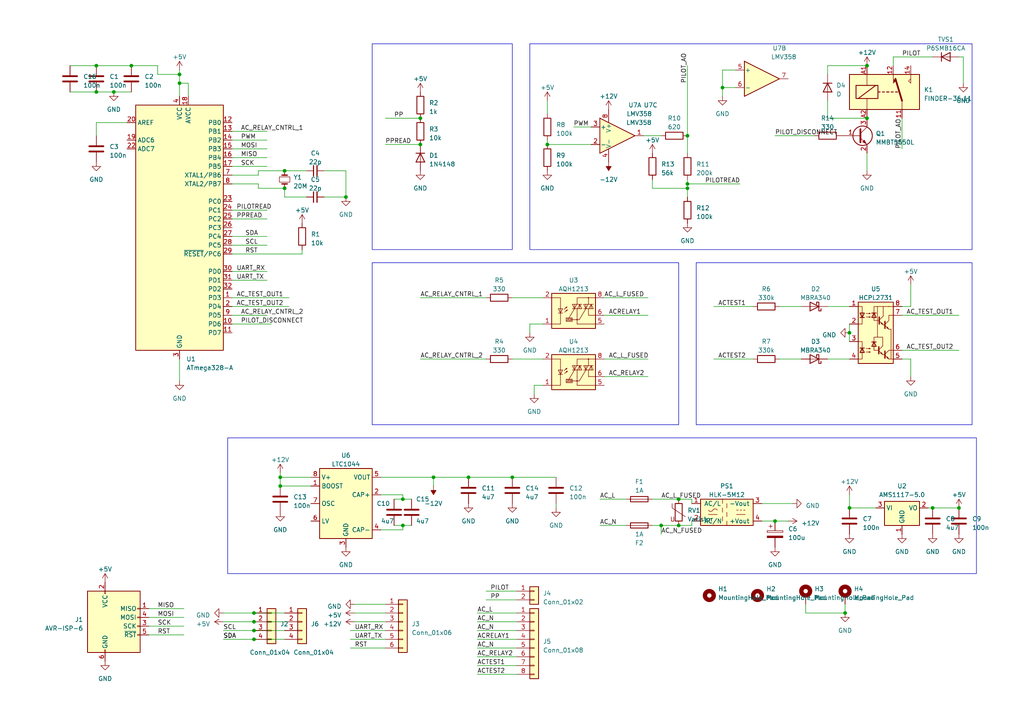
<source format=kicad_sch>
(kicad_sch (version 20230121) (generator eeschema)
  (paper "A4")
  (lib_symbols
    (symbol "ACDC:HLK-5M12" (pin_names (offset 1.016))
      (property "Reference" "PS" (at 0 5.08 0))
      (property "Value" "HLK-5M12" (at 0 -5.08 0))
      (symbol "HLK-5M12_1_1"
        (pin power_in line (at -10.16 2.54 0) (length 2.54) (name "AC/L") (number "1"))
        (pin power_in line (at -10.16 -2.54 0) (length 2.54) (name "AC/N") (number "2"))
        (pin power_out line (at 10.16 2.54 180) (length 2.54) (name "-Vout") (number "3"))
        (pin power_out line (at 10.16 -2.54 180) (length 2.54) (name "+Vout") (number "4"))
      )
    )
    (symbol "Amplifier_Operational:LMV358" (pin_names (offset 0.127))
      (property "Reference" "U" (at 0 5.08 0))
      (property "Value" "LMV358" (at 0 -5.08 0))
      (symbol "LMV358_1_1"
        (pin output line (at 7.62 0 180) (length 2.54) (name "~") (number "1"))
        (pin input line (at -7.62 -2.54 0) (length 2.54) (name "-") (number "2"))
        (pin input line (at -7.62 2.54 0) (length 2.54) (name "+") (number "3"))
      )
      (symbol "LMV358_2_1"
        (pin input line (at -7.62 2.54 0) (length 2.54) (name "+") (number "5"))
        (pin input line (at -7.62 -2.54 0) (length 2.54) (name "-") (number "6"))
        (pin output line (at 7.62 0 180) (length 2.54) (name "~") (number "7"))
      )
      (symbol "LMV358_3_1"
        (pin power_in line (at -2.54 -7.62 90) (length 3.81) (name "V-") (number "4"))
        (pin power_in line (at -2.54 7.62 270) (length 3.81) (name "V+") (number "8"))
      )
    )
    (symbol "Connector:AVR-ISP-6" (pin_names (offset 1.016))
      (property "Reference" "J" (at -6.35 11.43 0))
      (property "Value" "AVR-ISP-6" (at 0 11.43 0))
      (symbol "AVR-ISP-6_1_1"
        (pin passive line (at 10.16 5.08 180) (length 2.54) (name "MISO") (number "1"))
        (pin passive line (at -2.54 12.7 270) (length 2.54) (name "VCC") (number "2"))
        (pin passive line (at 10.16 0 180) (length 2.54) (name "SCK") (number "3"))
        (pin passive line (at 10.16 2.54 180) (length 2.54) (name "MOSI") (number "4"))
        (pin passive line (at 10.16 -2.54 180) (length 2.54) (name "~{RST}") (number "5"))
        (pin passive line (at -2.54 -10.16 90) (length 2.54) (name "GND") (number "6"))
      )
    )
    (symbol "Connector_Generic:Conn_01x02" (pin_names (offset 1.016) hide)
      (property "Reference" "J" (at 0 2.54 0))
      (property "Value" "Conn_01x02" (at 0 -5.08 0))
      (symbol "Conn_01x02_1_1"
        (pin passive line (at -5.08 0 0) (length 3.81) (name "Pin_1") (number "1"))
        (pin passive line (at -5.08 -2.54 0) (length 3.81) (name "Pin_2") (number "2"))
      )
    )
    (symbol "Connector_Generic:Conn_01x04" (pin_names (offset 1.016) hide)
      (property "Reference" "J" (at 0 5.08 0))
      (property "Value" "Conn_01x04" (at 0 -7.62 0))
      (symbol "Conn_01x04_1_1"
        (pin passive line (at -5.08 2.54 0) (length 3.81) (name "Pin_1") (number "1"))
        (pin passive line (at -5.08 0 0) (length 3.81) (name "Pin_2") (number "2"))
        (pin passive line (at -5.08 -2.54 0) (length 3.81) (name "Pin_3") (number "3"))
        (pin passive line (at -5.08 -5.08 0) (length 3.81) (name "Pin_4") (number "4"))
      )
    )
    (symbol "Connector_Generic:Conn_01x06" (pin_names (offset 1.016) hide)
      (property "Reference" "J" (at 0 7.62 0))
      (property "Value" "Conn_01x06" (at 0 -10.16 0))
      (symbol "Conn_01x06_1_1"
        (pin passive line (at -5.08 5.08 0) (length 3.81) (name "Pin_1") (number "1"))
        (pin passive line (at -5.08 2.54 0) (length 3.81) (name "Pin_2") (number "2"))
        (pin passive line (at -5.08 0 0) (length 3.81) (name "Pin_3") (number "3"))
        (pin passive line (at -5.08 -2.54 0) (length 3.81) (name "Pin_4") (number "4"))
        (pin passive line (at -5.08 -5.08 0) (length 3.81) (name "Pin_5") (number "5"))
        (pin passive line (at -5.08 -7.62 0) (length 3.81) (name "Pin_6") (number "6"))
      )
    )
    (symbol "Connector_Generic:Conn_01x08" (pin_names (offset 1.016) hide)
      (property "Reference" "J" (at 0 10.16 0))
      (property "Value" "Conn_01x08" (at 0 -12.7 0))
      (symbol "Conn_01x08_1_1"
        (pin passive line (at -5.08 7.62 0) (length 3.81) (name "Pin_1") (number "1"))
        (pin passive line (at -5.08 5.08 0) (length 3.81) (name "Pin_2") (number "2"))
        (pin passive line (at -5.08 2.54 0) (length 3.81) (name "Pin_3") (number "3"))
        (pin passive line (at -5.08 0 0) (length 3.81) (name "Pin_4") (number "4"))
        (pin passive line (at -5.08 -2.54 0) (length 3.81) (name "Pin_5") (number "5"))
        (pin passive line (at -5.08 -5.08 0) (length 3.81) (name "Pin_6") (number "6"))
        (pin passive line (at -5.08 -7.62 0) (length 3.81) (name "Pin_7") (number "7"))
        (pin passive line (at -5.08 -10.16 0) (length 3.81) (name "Pin_8") (number "8"))
      )
    )
    (symbol "Device:C" (pin_numbers hide) (pin_names (offset 0.254))
      (property "Reference" "C" (at 0.635 2.54 0))
      (property "Value" "C" (at 0.635 -2.54 0))
      (symbol "C_1_1"
        (pin passive line (at 0 3.81 270) (length 2.794) (name "~") (number "1"))
        (pin passive line (at 0 -3.81 90) (length 2.794) (name "~") (number "2"))
      )
    )
    (symbol "Device:C_Polarized" (pin_numbers hide) (pin_names (offset 0.254))
      (property "Reference" "C" (at 0.635 2.54 0))
      (property "Value" "C_Polarized" (at 0.635 -2.54 0))
      (symbol "C_Polarized_1_1"
        (pin passive line (at 0 3.81 270) (length 2.794) (name "~") (number "1"))
        (pin passive line (at 0 -3.81 90) (length 2.794) (name "~") (number "2"))
      )
    )
    (symbol "Device:C_Small" (pin_numbers hide) (pin_names (offset 0.254) hide)
      (property "Reference" "C" (at 0.254 1.778 0))
      (property "Value" "C_Small" (at 0.254 -2.032 0))
      (symbol "C_Small_1_1"
        (pin passive line (at 0 2.54 270) (length 2.032) (name "~") (number "1"))
        (pin passive line (at 0 -2.54 90) (length 2.032) (name "~") (number "2"))
      )
    )
    (symbol "Device:Crystal_Small" (pin_numbers hide) (pin_names (offset 1.016) hide)
      (property "Reference" "Y" (at 0 2.54 0))
      (property "Value" "Crystal_Small" (at 0 -2.54 0))
      (symbol "Crystal_Small_1_1"
        (pin passive line (at -2.54 0 0) (length 1.27) (name "1") (number "1"))
        (pin passive line (at 2.54 0 180) (length 1.27) (name "2") (number "2"))
      )
    )
    (symbol "Device:D" (pin_numbers hide) (pin_names (offset 1.016) hide)
      (property "Reference" "D" (at 0 2.54 0))
      (property "Value" "D" (at 0 -2.54 0))
      (symbol "D_1_1"
        (pin passive line (at -3.81 0 0) (length 2.54) (name "K") (number "1"))
        (pin passive line (at 3.81 0 180) (length 2.54) (name "A") (number "2"))
      )
    )
    (symbol "Device:Fuse" (pin_numbers hide) (pin_names (offset 0))
      (property "Reference" "F" (at 2.032 0 90))
      (property "Value" "Fuse" (at -1.905 0 90))
      (symbol "Fuse_1_1"
        (pin passive line (at 0 3.81 270) (length 1.27) (name "~") (number "1"))
        (pin passive line (at 0 -3.81 90) (length 1.27) (name "~") (number "2"))
      )
    )
    (symbol "Device:R" (pin_numbers hide) (pin_names (offset 0))
      (property "Reference" "R" (at 2.032 0 90))
      (property "Value" "R" (at 0 0 90))
      (symbol "R_1_1"
        (pin passive line (at 0 3.81 270) (length 1.27) (name "~") (number "1"))
        (pin passive line (at 0 -3.81 90) (length 1.27) (name "~") (number "2"))
      )
    )
    (symbol "Device:Varistor" (pin_numbers hide) (pin_names (offset 0))
      (property "Reference" "RV" (at 3.175 0 90))
      (property "Value" "Varistor" (at -3.175 0 90))
      (symbol "Varistor_0_0"
        (text "U" (at -1.778 -2.032 0) (effects (font (size 1.27 1.27))))
      )
      (symbol "Varistor_1_1"
        (pin passive line (at 0 3.81 270) (length 1.27) (name "~") (number "1"))
        (pin passive line (at 0 -3.81 90) (length 1.27) (name "~") (number "2"))
      )
    )
    (symbol "Diode:MBRA340" (pin_numbers hide) (pin_names hide)
      (property "Reference" "D" (at 0 2.54 0))
      (property "Value" "MBRA340" (at 0 -2.54 0))
      (symbol "MBRA340_1_1"
        (pin passive line (at -3.81 0 0) (length 2.54) (name "K") (number "1"))
        (pin passive line (at 3.81 0 180) (length 2.54) (name "A") (number "2"))
      )
    )
    (symbol "Isolator:HCPL2731" (pin_names (offset 0.762) hide)
      (property "Reference" "U" (at -5.08 10.16 0))
      (property "Value" "HCPL2731" (at -5.08 -10.16 0))
      (symbol "HCPL2731_1_1"
        (pin passive line (at -7.62 7.62 0) (length 2.54) (name "A1") (number "1"))
        (pin passive line (at -7.62 2.54 0) (length 2.54) (name "C1") (number "2"))
        (pin passive line (at -7.62 -2.54 0) (length 2.54) (name "C2") (number "3"))
        (pin passive line (at -7.62 -7.62 0) (length 2.54) (name "A2") (number "4"))
        (pin passive line (at 7.62 -7.62 180) (length 2.54) (name "GND") (number "5"))
        (pin passive line (at 7.62 -5.08 180) (length 2.54) (name "VO2") (number "6"))
        (pin passive line (at 7.62 5.08 180) (length 2.54) (name "VO1") (number "7"))
        (pin passive line (at 7.62 7.62 180) (length 2.54) (name "VCC") (number "8"))
      )
    )
    (symbol "MCU_Microchip_ATmega:ATmega328-A"
      (property "Reference" "U" (at -12.7 36.83 0))
      (property "Value" "ATmega328-A" (at 2.54 -36.83 0))
      (symbol "ATmega328-A_1_1"
        (pin bidirectional line (at 15.24 -20.32 180) (length 2.54) (name "PD3") (number "1"))
        (pin bidirectional line (at 15.24 -27.94 180) (length 2.54) (name "PD6") (number "10"))
        (pin bidirectional line (at 15.24 -30.48 180) (length 2.54) (name "PD7") (number "11"))
        (pin bidirectional line (at 15.24 30.48 180) (length 2.54) (name "PB0") (number "12"))
        (pin bidirectional line (at 15.24 27.94 180) (length 2.54) (name "PB1") (number "13"))
        (pin bidirectional line (at 15.24 25.4 180) (length 2.54) (name "PB2") (number "14"))
        (pin bidirectional line (at 15.24 22.86 180) (length 2.54) (name "PB3") (number "15"))
        (pin bidirectional line (at 15.24 20.32 180) (length 2.54) (name "PB4") (number "16"))
        (pin bidirectional line (at 15.24 17.78 180) (length 2.54) (name "PB5") (number "17"))
        (pin power_in line (at 2.54 38.1 270) (length 2.54) (name "AVCC") (number "18"))
        (pin input line (at -15.24 25.4 0) (length 2.54) (name "ADC6") (number "19"))
        (pin bidirectional line (at 15.24 -22.86 180) (length 2.54) (name "PD4") (number "2"))
        (pin passive line (at -15.24 30.48 0) (length 2.54) (name "AREF") (number "20"))
        (pin passive line (at 0 -38.1 90) (length 2.54) hide (name "GND") (number "21"))
        (pin input line (at -15.24 22.86 0) (length 2.54) (name "ADC7") (number "22"))
        (pin bidirectional line (at 15.24 7.62 180) (length 2.54) (name "PC0") (number "23"))
        (pin bidirectional line (at 15.24 5.08 180) (length 2.54) (name "PC1") (number "24"))
        (pin bidirectional line (at 15.24 2.54 180) (length 2.54) (name "PC2") (number "25"))
        (pin bidirectional line (at 15.24 0 180) (length 2.54) (name "PC3") (number "26"))
        (pin bidirectional line (at 15.24 -2.54 180) (length 2.54) (name "PC4") (number "27"))
        (pin bidirectional line (at 15.24 -5.08 180) (length 2.54) (name "PC5") (number "28"))
        (pin bidirectional line (at 15.24 -7.62 180) (length 2.54) (name "~{RESET}/PC6") (number "29"))
        (pin power_in line (at 0 -38.1 90) (length 2.54) (name "GND") (number "3"))
        (pin bidirectional line (at 15.24 -12.7 180) (length 2.54) (name "PD0") (number "30"))
        (pin bidirectional line (at 15.24 -15.24 180) (length 2.54) (name "PD1") (number "31"))
        (pin bidirectional line (at 15.24 -17.78 180) (length 2.54) (name "PD2") (number "32"))
        (pin power_in line (at 0 38.1 270) (length 2.54) (name "VCC") (number "4"))
        (pin passive line (at 0 -38.1 90) (length 2.54) hide (name "GND") (number "5"))
        (pin passive line (at 0 38.1 270) (length 2.54) hide (name "VCC") (number "6"))
        (pin bidirectional line (at 15.24 15.24 180) (length 2.54) (name "XTAL1/PB6") (number "7"))
        (pin bidirectional line (at 15.24 12.7 180) (length 2.54) (name "XTAL2/PB7") (number "8"))
        (pin bidirectional line (at 15.24 -25.4 180) (length 2.54) (name "PD5") (number "9"))
      )
    )
    (symbol "Mechanical:MountingHole" (pin_names (offset 1.016))
      (property "Reference" "H" (at 0 5.08 0))
      (property "Value" "MountingHole" (at 0 3.175 0))
    )
    (symbol "Mechanical:MountingHole_Pad" (pin_numbers hide) (pin_names (offset 1.016) hide)
      (property "Reference" "H" (at 0 6.35 0))
      (property "Value" "MountingHole_Pad" (at 0 4.445 0))
      (symbol "MountingHole_Pad_1_1"
        (pin input line (at 0 -2.54 90) (length 2.54) (name "1") (number "1"))
      )
    )
    (symbol "Regulator_Linear:AMS1117-5.0"
      (property "Reference" "U" (at -3.81 3.175 0))
      (property "Value" "AMS1117-5.0" (at 0 3.175 0))
      (symbol "AMS1117-5.0_1_1"
        (pin power_in line (at 0 -7.62 90) (length 2.54) (name "GND") (number "1"))
        (pin power_out line (at 7.62 0 180) (length 2.54) (name "VO") (number "2"))
        (pin power_in line (at -7.62 0 0) (length 2.54) (name "VI") (number "3"))
      )
    )
    (symbol "Regulator_SwitchedCapacitor:LTC1044"
      (property "Reference" "U" (at -6.35 11.43 0))
      (property "Value" "LTC1044" (at 3.81 11.43 0))
      (symbol "LTC1044_1_1"
        (pin input line (at -10.16 5.08 0) (length 2.54) (name "BOOST") (number "1"))
        (pin input line (at 10.16 2.54 180) (length 2.54) (name "CAP+") (number "2"))
        (pin power_in line (at 0 -12.7 90) (length 2.54) (name "GND") (number "3"))
        (pin input line (at 10.16 -7.62 180) (length 2.54) (name "CAP-") (number "4"))
        (pin power_out line (at 10.16 7.62 180) (length 2.54) (name "VOUT") (number "5"))
        (pin input line (at -10.16 -5.08 0) (length 2.54) (name "LV") (number "6"))
        (pin input line (at -10.16 0 0) (length 2.54) (name "OSC") (number "7"))
        (pin power_in line (at -10.16 7.62 0) (length 2.54) (name "V+") (number "8"))
      )
    )
    (symbol "Relay:FINDER-36.11"
      (property "Reference" "K" (at 11.43 3.81 0))
      (property "Value" "FINDER-36.11" (at 11.43 1.27 0))
      (symbol "FINDER-36.11_1_1"
        (pin passive line (at 5.08 -7.62 90) (length 2.54) (name "~") (number "11"))
        (pin passive line (at 2.54 7.62 270) (length 2.54) (name "~") (number "12"))
        (pin passive line (at 7.62 7.62 270) (length 2.54) (name "~") (number "14"))
        (pin passive line (at -5.08 7.62 270) (length 2.54) (name "~") (number "A1"))
        (pin passive line (at -5.08 -7.62 90) (length 2.54) (name "~") (number "A2"))
      )
    )
    (symbol "Relay_SolidState:AQH1213"
      (property "Reference" "U" (at -7.62 5.08 0))
      (property "Value" "AQH1213" (at -2.54 5.08 0))
      (symbol "AQH1213_0_0"
        (text "ZCD" (at -2.54 -3.81 0) (effects (font (size 0.508 0.508))))
      )
      (symbol "AQH1213_1_1"
        (pin passive line (at -10.16 -5.08 0) (length 2.54) (name "~") (number "1"))
        (pin passive line (at -10.16 2.54 0) (length 2.54) (name "~") (number "2"))
        (pin passive line (at -10.16 -5.08 0) (length 2.54) hide (name "~") (number "3"))
        (pin passive line (at -10.16 -5.08 0) (length 2.54) hide (name "~") (number "4"))
        (pin passive line (at 7.62 -5.08 180) (length 2.54) (name "~") (number "5"))
        (pin passive line (at 7.62 -2.54 180) (length 2.54) (name "~") (number "6"))
        (pin passive line (at 7.62 2.54 180) (length 2.54) (name "~") (number "8"))
      )
    )
    (symbol "Transistor_BJT:MMBT5550L" (pin_names (offset 0) hide)
      (property "Reference" "Q" (at 5.08 1.905 0))
      (property "Value" "MMBT5550L" (at 5.08 0 0))
      (symbol "MMBT5550L_1_1"
        (pin input line (at -5.08 0 0) (length 5.715) (name "B") (number "1"))
        (pin passive line (at 2.54 -5.08 90) (length 2.54) (name "E") (number "2"))
        (pin passive line (at 2.54 5.08 270) (length 2.54) (name "C") (number "3"))
      )
    )
    (symbol "power:+12V" (power) (pin_names (offset 0))
      (property "Value" "+12V" (at 0 3.556 0))
      (symbol "+12V_1_1"
        (pin power_in line (at 0 0 90) (length 0) hide (name "+12V") (number "1"))
      )
    )
    (symbol "power:+5V" (power) (pin_names (offset 0))
      (property "Value" "+5V" (at 0 3.556 0))
      (symbol "+5V_1_1"
        (pin power_in line (at 0 0 90) (length 0) hide (name "+5V") (number "1"))
      )
    )
    (symbol "power:-12V" (power) (pin_names (offset 0))
      (property "Value" "-12V" (at 0 3.81 0))
      (symbol "-12V_0_0"
        (pin power_in line (at 0 0 90) (length 0) hide (name "-12V") (number "1"))
      )
    )
    (symbol "power:GND" (power) (pin_names (offset 0))
      (property "Value" "GND" (at 0 -3.81 0))
      (symbol "GND_1_1"
        (pin power_in line (at 0 0 270) (length 0) hide (name "GND") (number "1"))
      )
    )
  )
  (junction (at 246.38 96.52))
  (junction (at 135.89 138.43))
  (junction (at 38.1 19.05))
  (junction (at 278.13 147.32))
  (junction (at 224.79 151.13))
  (junction (at 73.66 180.34))
  (junction (at 73.66 185.42))
  (junction (at 82.55 54.61))
  (junction (at 196.85 152.4))
  (junction (at 209.55 25.4))
  (junction (at 33.02 26.67))
  (junction (at 81.28 138.43))
  (junction (at 196.85 144.78))
  (junction (at 251.46 19.05))
  (junction (at 158.75 41.91))
  (junction (at 52.07 24.13))
  (junction (at 27.94 19.05))
  (junction (at 52.07 21.59))
  (junction (at 73.66 177.8))
  (junction (at 246.38 147.32))
  (junction (at 27.94 26.67))
  (junction (at 251.46 34.29))
  (junction (at 199.39 54.61))
  (junction (at 116.84 152.4))
  (junction (at 73.66 182.88))
  (junction (at 125.73 138.43))
  (junction (at 82.55 49.53))
  (junction (at 148.59 138.43))
  (junction (at 121.92 34.29))
  (junction (at 270.51 147.32))
  (junction (at 121.92 41.91))
  (junction (at 199.39 39.37))
  (junction (at 191.77 152.4))
  (junction (at 100.33 57.15))
  (junction (at 245.11 177.8))
  (junction (at 116.84 144.78))
  (junction (at 81.28 140.97))
  (junction (at 199.39 53.34))
  (wire (pts (xy 67.31 43.18) (xy 77.47 43.18)))
  (wire (pts (xy 74.93 49.53) (xy 74.93 50.8)))
  (wire (pts (xy 81.28 137.16) (xy 81.28 138.43)))
  (wire (pts (xy 67.31 78.74) (xy 77.47 78.74)))
  (wire (pts (xy 52.07 110.49) (xy 52.07 104.14)))
  (wire (pts (xy 240.03 104.14) (xy 246.38 104.14)))
  (wire (pts (xy 261.62 104.14) (xy 264.16 104.14)))
  (wire (pts (xy 64.77 185.42) (xy 73.66 185.42)))
  (wire (pts (xy 102.87 180.34) (xy 111.76 180.34)))
  (wire (pts (xy 74.93 54.61) (xy 82.55 54.61)))
  (wire (pts (xy 233.68 175.26) (xy 233.68 177.8)))
  (wire (pts (xy 173.99 152.4) (xy 181.61 152.4)))
  (wire (pts (xy 52.07 20.32) (xy 52.07 21.59)))
  (wire (pts (xy 226.06 104.14) (xy 232.41 104.14)))
  (wire (pts (xy 153.67 93.98) (xy 153.67 96.52)))
  (wire (pts (xy 175.26 104.14) (xy 187.96 104.14)))
  (wire (pts (xy 67.31 88.9) (xy 83.82 88.9)))
  (wire (pts (xy 138.43 187.96) (xy 149.86 187.96)))
  (wire (pts (xy 261.62 91.44) (xy 278.13 91.44)))
  (wire (pts (xy 220.98 151.13) (xy 224.79 151.13)))
  (wire (pts (xy 196.85 152.4) (xy 200.66 152.4)))
  (wire (pts (xy 121.92 104.14) (xy 140.97 104.14)))
  (wire (pts (xy 101.6 187.96) (xy 111.76 187.96)))
  (wire (pts (xy 199.39 19.05) (xy 199.39 39.37)))
  (wire (pts (xy 64.77 182.88) (xy 73.66 182.88)))
  (wire (pts (xy 157.48 93.98) (xy 153.67 93.98)))
  (wire (pts (xy 138.43 182.88) (xy 149.86 182.88)))
  (wire (pts (xy 43.18 184.15) (xy 53.34 184.15)))
  (wire (pts (xy 54.61 24.13) (xy 52.07 24.13)))
  (wire (pts (xy 67.31 40.64) (xy 77.47 40.64)))
  (wire (pts (xy 111.76 41.91) (xy 121.92 41.91)))
  (wire (pts (xy 261.62 88.9) (xy 264.16 88.9)))
  (wire (pts (xy 138.43 185.42) (xy 149.86 185.42)))
  (wire (pts (xy 138.43 195.58) (xy 149.86 195.58)))
  (wire (pts (xy 199.39 39.37) (xy 199.39 44.45)))
  (wire (pts (xy 246.38 93.98) (xy 246.38 96.52)))
  (wire (pts (xy 199.39 52.07) (xy 199.39 53.34)))
  (wire (pts (xy 82.55 49.53) (xy 74.93 49.53)))
  (wire (pts (xy 67.31 53.34) (xy 74.93 53.34)))
  (wire (pts (xy 209.55 25.4) (xy 209.55 27.94)))
  (wire (pts (xy 233.68 177.8) (xy 245.11 177.8)))
  (wire (pts (xy 158.75 29.21) (xy 158.75 33.02)))
  (wire (pts (xy 43.18 179.07) (xy 53.34 179.07)))
  (wire (pts (xy 251.46 34.29) (xy 240.03 34.29)))
  (wire (pts (xy 175.26 86.36) (xy 187.96 86.36)))
  (wire (pts (xy 158.75 41.91) (xy 171.45 41.91)))
  (wire (pts (xy 200.66 152.4) (xy 200.66 151.13)))
  (wire (pts (xy 138.43 190.5) (xy 149.86 190.5)))
  (wire (pts (xy 116.84 152.4) (xy 119.38 152.4)))
  (wire (pts (xy 264.16 88.9) (xy 264.16 82.55)))
  (wire (pts (xy 110.49 138.43) (xy 125.73 138.43)))
  (wire (pts (xy 246.38 96.52) (xy 246.38 99.06)))
  (wire (pts (xy 226.06 88.9) (xy 232.41 88.9)))
  (wire (pts (xy 246.38 143.51) (xy 246.38 147.32)))
  (wire (pts (xy 246.38 147.32) (xy 254 147.32)))
  (wire (pts (xy 101.6 185.42) (xy 111.76 185.42)))
  (wire (pts (xy 67.31 68.58) (xy 77.47 68.58)))
  (wire (pts (xy 90.17 140.97) (xy 81.28 140.97)))
  (wire (pts (xy 251.46 44.45) (xy 251.46 49.53)))
  (wire (pts (xy 148.59 138.43) (xy 161.29 138.43)))
  (wire (pts (xy 27.94 35.56) (xy 27.94 39.37)))
  (wire (pts (xy 279.4 24.13) (xy 279.4 16.51)))
  (wire (pts (xy 110.49 153.67) (xy 116.84 153.67)))
  (wire (pts (xy 191.77 154.94) (xy 191.77 152.4)))
  (wire (pts (xy 67.31 63.5) (xy 77.47 63.5)))
  (wire (pts (xy 199.39 54.61) (xy 199.39 57.15)))
  (wire (pts (xy 224.79 151.13) (xy 228.6 151.13)))
  (wire (pts (xy 189.23 144.78) (xy 196.85 144.78)))
  (wire (pts (xy 279.4 16.51) (xy 278.13 16.51)))
  (wire (pts (xy 36.83 35.56) (xy 27.94 35.56)))
  (wire (pts (xy 67.31 45.72) (xy 77.47 45.72)))
  (wire (pts (xy 116.84 144.78) (xy 116.84 143.51)))
  (wire (pts (xy 54.61 27.94) (xy 54.61 24.13)))
  (wire (pts (xy 88.9 57.15) (xy 82.55 57.15)))
  (wire (pts (xy 93.98 57.15) (xy 100.33 57.15)))
  (wire (pts (xy 240.03 19.05) (xy 251.46 19.05)))
  (wire (pts (xy 175.26 91.44) (xy 187.96 91.44)))
  (wire (pts (xy 64.77 177.8) (xy 73.66 177.8)))
  (wire (pts (xy 102.87 177.8) (xy 111.76 177.8)))
  (wire (pts (xy 81.28 138.43) (xy 90.17 138.43)))
  (wire (pts (xy 67.31 91.44) (xy 77.47 91.44)))
  (wire (pts (xy 220.98 146.05) (xy 229.87 146.05)))
  (wire (pts (xy 43.18 176.53) (xy 53.34 176.53)))
  (wire (pts (xy 261.62 101.6) (xy 278.13 101.6)))
  (wire (pts (xy 121.92 86.36) (xy 140.97 86.36)))
  (wire (pts (xy 100.33 49.53) (xy 93.98 49.53)))
  (wire (pts (xy 67.31 38.1) (xy 77.47 38.1)))
  (wire (pts (xy 82.55 49.53) (xy 88.9 49.53)))
  (wire (pts (xy 52.07 21.59) (xy 45.72 21.59)))
  (wire (pts (xy 140.97 173.99) (xy 149.86 173.99)))
  (wire (pts (xy 175.26 109.22) (xy 187.96 109.22)))
  (wire (pts (xy 259.08 19.05) (xy 259.08 16.51)))
  (wire (pts (xy 73.66 180.34) (xy 82.55 180.34)))
  (wire (pts (xy 240.03 88.9) (xy 246.38 88.9)))
  (wire (pts (xy 33.02 26.67) (xy 38.1 26.67)))
  (wire (pts (xy 157.48 111.76) (xy 154.94 111.76)))
  (wire (pts (xy 114.3 152.4) (xy 116.84 152.4)))
  (wire (pts (xy 82.55 57.15) (xy 82.55 54.61)))
  (wire (pts (xy 45.72 19.05) (xy 38.1 19.05)))
  (wire (pts (xy 100.33 57.15) (xy 100.33 49.53)))
  (wire (pts (xy 138.43 177.8) (xy 149.86 177.8)))
  (wire (pts (xy 173.99 144.78) (xy 181.61 144.78)))
  (wire (pts (xy 200.66 144.78) (xy 200.66 146.05)))
  (wire (pts (xy 209.55 20.32) (xy 209.55 25.4)))
  (wire (pts (xy 148.59 104.14) (xy 157.48 104.14)))
  (wire (pts (xy 148.59 86.36) (xy 157.48 86.36)))
  (wire (pts (xy 67.31 60.96) (xy 77.47 60.96)))
  (wire (pts (xy 138.43 193.04) (xy 149.86 193.04)))
  (wire (pts (xy 101.6 182.88) (xy 111.76 182.88)))
  (wire (pts (xy 245.11 175.26) (xy 245.11 177.8)))
  (wire (pts (xy 74.93 53.34) (xy 74.93 54.61)))
  (wire (pts (xy 189.23 52.07) (xy 189.23 54.61)))
  (wire (pts (xy 125.73 138.43) (xy 135.89 138.43)))
  (wire (pts (xy 52.07 24.13) (xy 52.07 27.94)))
  (wire (pts (xy 116.84 144.78) (xy 119.38 144.78)))
  (wire (pts (xy 186.69 39.37) (xy 191.77 39.37)))
  (wire (pts (xy 166.37 36.83) (xy 171.45 36.83)))
  (wire (pts (xy 27.94 19.05) (xy 38.1 19.05)))
  (wire (pts (xy 73.66 177.8) (xy 82.55 177.8)))
  (wire (pts (xy 224.79 39.37) (xy 236.22 39.37)))
  (wire (pts (xy 111.76 34.29) (xy 121.92 34.29)))
  (wire (pts (xy 213.36 20.32) (xy 209.55 20.32)))
  (wire (pts (xy 140.97 171.45) (xy 149.86 171.45)))
  (wire (pts (xy 161.29 146.05) (xy 161.29 147.32)))
  (wire (pts (xy 138.43 180.34) (xy 149.86 180.34)))
  (wire (pts (xy 125.73 138.43) (xy 125.73 140.97)))
  (wire (pts (xy 52.07 21.59) (xy 52.07 24.13)))
  (wire (pts (xy 20.32 26.67) (xy 27.94 26.67)))
  (wire (pts (xy 64.77 180.34) (xy 73.66 180.34)))
  (wire (pts (xy 240.03 34.29) (xy 240.03 29.21)))
  (wire (pts (xy 240.03 21.59) (xy 240.03 19.05)))
  (wire (pts (xy 116.84 143.51) (xy 110.49 143.51)))
  (wire (pts (xy 67.31 73.66) (xy 87.63 73.66)))
  (wire (pts (xy 67.31 48.26) (xy 77.47 48.26)))
  (wire (pts (xy 102.87 175.26) (xy 111.76 175.26)))
  (wire (pts (xy 259.08 16.51) (xy 270.51 16.51)))
  (wire (pts (xy 67.31 86.36) (xy 83.82 86.36)))
  (wire (pts (xy 213.36 25.4) (xy 209.55 25.4)))
  (wire (pts (xy 261.62 34.29) (xy 261.62 43.18)))
  (wire (pts (xy 73.66 185.42) (xy 82.55 185.42)))
  (wire (pts (xy 158.75 40.64) (xy 158.75 41.91)))
  (wire (pts (xy 43.18 181.61) (xy 53.34 181.61)))
  (wire (pts (xy 87.63 73.66) (xy 87.63 72.39)))
  (wire (pts (xy 27.94 26.67) (xy 33.02 26.67)))
  (wire (pts (xy 207.01 88.9) (xy 218.44 88.9)))
  (wire (pts (xy 189.23 54.61) (xy 199.39 54.61)))
  (wire (pts (xy 264.16 104.14) (xy 264.16 109.22)))
  (wire (pts (xy 270.51 147.32) (xy 278.13 147.32)))
  (wire (pts (xy 199.39 53.34) (xy 214.63 53.34)))
  (wire (pts (xy 73.66 182.88) (xy 82.55 182.88)))
  (wire (pts (xy 67.31 71.12) (xy 77.47 71.12)))
  (wire (pts (xy 199.39 53.34) (xy 199.39 54.61)))
  (wire (pts (xy 191.77 152.4) (xy 196.85 152.4)))
  (wire (pts (xy 20.32 19.05) (xy 27.94 19.05)))
  (wire (pts (xy 114.3 144.78) (xy 116.84 144.78)))
  (wire (pts (xy 207.01 104.14) (xy 218.44 104.14)))
  (wire (pts (xy 67.31 93.98) (xy 78.74 93.98)))
  (wire (pts (xy 67.31 81.28) (xy 77.47 81.28)))
  (wire (pts (xy 116.84 153.67) (xy 116.84 152.4)))
  (wire (pts (xy 269.24 147.32) (xy 270.51 147.32)))
  (wire (pts (xy 154.94 111.76) (xy 154.94 114.3)))
  (wire (pts (xy 135.89 138.43) (xy 148.59 138.43)))
  (wire (pts (xy 45.72 21.59) (xy 45.72 19.05)))
  (wire (pts (xy 189.23 152.4) (xy 191.77 152.4)))
  (wire (pts (xy 81.28 140.97) (xy 81.28 138.43)))
  (wire (pts (xy 196.85 144.78) (xy 200.66 144.78)))
  (wire (pts (xy 74.93 50.8) (xy 67.31 50.8)))
  (rectangle (start 107.95 12.7) (end 148.59 72.39))
  (rectangle (start 153.67 12.7) (end 281.94 72.39))
  (rectangle (start 107.95 76.2) (end 196.85 123.19))
  (rectangle (start 66.04 127) (end 283.21 166.37))
  (rectangle (start 201.93 76.2) (end 281.94 123.19))
  (label "UART_RX" (at 102.87 182.88 0))
  (label "RST" (at 102.87 187.96 0))
  (label "PILOT" (at 261.62 16.51 0))
  (label "MISO" (at 45.72 176.53 0))
  (label "SCL" (at 64.77 182.88 0))
  (label "ACTEST1" (at 208.28 88.9 0))
  (label "PPREAD" (at 111.76 41.91 0))
  (label "SDA" (at 64.77 185.42 0))
  (label "AC_RELAY2" (at 138.43 190.5 0))
  (label "PILOT_AO" (at 199.39 24.13 90))
  (label "AC_TEST_OUT2" (at 68.58 88.9 0))
  (label "SDA" (at 64.77 185.42 0))
  (label "PP" (at 142.24 173.99 0))
  (label "PPREAD" (at 68.58 63.5 0))
  (label "PILOT_DISCONNECT" (at 224.79 39.37 0))
  (label "ACRELAY1" (at 138.43 185.42 0))
  (label "AC_RELAY_CNTRL_2" (at 69.85 91.44 0))
  (label "AC_N" (at 173.99 152.4 0))
  (label "AC_N" (at 138.43 187.96 0))
  (label "UART_TX" (at 68.58 81.28 0))
  (label "PILOTREAD" (at 68.58 60.96 0))
  (label "RST" (at 71.12 73.66 0))
  (label "PILOT" (at 142.24 171.45 0))
  (label "AC_L_FUSED" (at 176.53 104.14 0))
  (label "UART_TX" (at 102.87 185.42 0))
  (label "PWM" (at 69.85 40.64 0))
  (label "AC_L_FUSED" (at 175.26 86.36 0))
  (label "ACTEST1" (at 138.43 193.04 0))
  (label "MISO" (at 69.85 45.72 0))
  (label "AC_L" (at 173.99 144.78 0))
  (label "ACTEST2" (at 208.28 104.14 0))
  (label "PWM" (at 166.37 36.83 0))
  (label "PILOT_AO" (at 261.62 43.18 90))
  (label "PILOTREAD" (at 204.47 53.34 0))
  (label "AC_RELAY2" (at 176.53 109.22 0))
  (label "UART_RX" (at 68.58 78.74 0))
  (label "MOSI" (at 69.85 43.18 0))
  (label "AC_RELAY_CNTRL_1" (at 69.85 38.1 0))
  (label "SDA" (at 71.12 68.58 0))
  (label "SCK" (at 45.72 181.61 0))
  (label "ACRELAY1" (at 176.53 91.44 0))
  (label "AC_N" (at 138.43 180.34 0))
  (label "SCK" (at 69.85 48.26 0))
  (label "MOSI" (at 45.72 179.07 0))
  (label "AC_RELAY_CNTRL_2" (at 121.92 104.14 0))
  (label "AC_N" (at 138.43 182.88 0))
  (label "PP" (at 114.3 34.29 0))
  (label "AC_N_FUSED" (at 191.77 154.94 0))
  (label "RST" (at 45.72 184.15 0))
  (label "AC_TEST_OUT1" (at 68.58 86.36 0))
  (label "AC_L_FUSED" (at 191.77 144.78 0))
  (label "PILOT_DISCONNECT" (at 69.85 93.98 0))
  (label "AC_TEST_OUT2" (at 262.89 101.6 0))
  (label "AC_TEST_OUT1" (at 262.89 91.44 0))
  (label "ACTEST2" (at 138.43 195.58 0))
  (label "AC_L" (at 138.43 177.8 0))
  (label "SCL" (at 71.12 71.12 0))
  (label "AC_RELAY_CNTRL_1" (at 121.92 86.36 0))
  (symbol (lib_id "power:GND") (at 245.11 177.8 0) (unit 1)
    (property "Reference" "#PWR042" (effects hide))
    (property "Value" "GND" (at 245.11 182.88 0))
  )
  (symbol (lib_id "Device:C") (at 27.94 43.18 0) (unit 1)
    (property "Reference" "C3" (at 31.75 42.545 0) (effects (justify left)))
    (property "Value" "100n" (at 31.75 45.085 0) (effects (justify left)))
    (property "Footprint" "Capacitor_SMD:C_0805_2012Metric_Pad1.18x1.45mm_HandSolder" (effects hide))
  )
  (symbol (lib_id "power:+5V") (at 30.48 168.91 0) (unit 1)
    (property "Reference" "#PWR06" (effects hide))
    (property "Value" "+5V" (at 30.48 165.1 0))
  )
  (symbol (lib_id "Mechanical:MountingHole") (at 219.71 172.72 0) (unit 1)
    (property "Reference" "H2" (at 222.25 170.815 0) (effects (justify left)))
    (property "Value" "MountingHole_Pad" (at 222.25 173.355 0) (effects (justify left)))
    (property "Footprint" "MountingHole:MountingHole_3.2mm_M3_ISO14580" (effects hide))
  )
  (symbol (lib_id "Device:Fuse") (at 185.42 152.4 90) (unit 1)
    (property "Reference" "F2" (at 185.42 157.48 90))
    (property "Value" "1A" (at 185.42 154.94 90))
    (property "Footprint" "Fuse:Fuse_Littelfuse_395Series" (effects hide))
  )
  (symbol (lib_id "power:+12V") (at 251.46 19.05 0) (unit 1)
    (property "Reference" "#PWR043" (effects hide))
    (property "Value" "+12V" (at 251.46 15.24 0))
  )
  (symbol (lib_id "power:+12V") (at 246.38 143.51 0) (unit 1)
    (property "Reference" "#PWR018" (effects hide))
    (property "Value" "+12V" (at 246.38 139.7 0))
  )
  (symbol (lib_id "Device:C") (at 161.29 142.24 0) (unit 1)
    (property "Reference" "C12" (at 165.1 141.605 0) (effects (justify left)))
    (property "Value" "100n" (at 165.1 144.145 0) (effects (justify left)))
    (property "Footprint" "Capacitor_SMD:C_0805_2012Metric_Pad1.18x1.45mm_HandSolder" (effects hide))
  )
  (symbol (lib_id "Device:C_Small") (at 91.44 57.15 90) (unit 1)
    (property "Reference" "C5" (at 91.4463 52.07 90))
    (property "Value" "22p" (at 91.4463 54.61 90))
    (property "Footprint" "Capacitor_SMD:C_0805_2012Metric_Pad1.18x1.45mm_HandSolder" (effects hide))
  )
  (symbol (lib_id "Device:Crystal_Small") (at 82.55 52.07 90) (unit 1)
    (property "Reference" "Y1" (at 85.09 51.435 90) (effects (justify right)))
    (property "Value" "20M" (at 85.09 53.975 90) (effects (justify right)))
    (property "Footprint" "Crystal:Crystal_HC49-U_Vertical" (effects hide))
  )
  (symbol (lib_id "power:GND") (at 27.94 46.99 0) (unit 1)
    (property "Reference" "#PWR03" (effects hide))
    (property "Value" "GND" (at 27.94 52.07 0))
  )
  (symbol (lib_id "power:GND") (at 264.16 109.22 0) (unit 1)
    (property "Reference" "#PWR028" (effects hide))
    (property "Value" "GND" (at 264.16 114.3 0))
  )
  (symbol (lib_id "power:GND") (at 158.75 49.53 0) (unit 1)
    (property "Reference" "#PWR038" (effects hide))
    (property "Value" "GND" (at 158.75 54.61 0))
  )
  (symbol (lib_id "Device:C") (at 38.1 22.86 0) (unit 1)
    (property "Reference" "C2" (at 41.91 22.225 0) (effects (justify left)))
    (property "Value" "100n" (at 41.91 24.765 0) (effects (justify left)))
    (property "Footprint" "Capacitor_SMD:C_0805_2012Metric_Pad1.18x1.45mm_HandSolder" (effects hide))
  )
  (symbol (lib_id "Device:C") (at 246.38 151.13 0) (unit 1)
    (property "Reference" "C7" (at 250.19 150.495 0) (effects (justify left)))
    (property "Value" "100n" (at 250.19 153.035 0) (effects (justify left)))
    (property "Footprint" "Capacitor_SMD:C_0805_2012Metric_Pad1.18x1.45mm_HandSolder" (effects hide))
  )
  (symbol (lib_id "Mechanical:MountingHole") (at 205.74 172.72 0) (unit 1)
    (property "Reference" "H1" (at 208.28 170.815 0) (effects (justify left)))
    (property "Value" "MountingHole_Pad" (at 208.28 173.355 0) (effects (justify left)))
    (property "Footprint" "MountingHole:MountingHole_3.2mm_M3_ISO14580" (effects hide))
  )
  (symbol (lib_id "power:+5V") (at 87.63 64.77 0) (unit 1)
    (property "Reference" "#PWR07" (effects hide))
    (property "Value" "+5V" (at 87.63 60.96 0))
  )
  (symbol (lib_id "Device:R") (at 121.92 38.1 0) (unit 1)
    (property "Reference" "R3" (at 124.46 37.465 0) (effects (justify left)))
    (property "Value" "10k" (at 124.46 40.005 0) (effects (justify left)))
    (property "Footprint" "Resistor_SMD:R_0805_2012Metric_Pad1.20x1.40mm_HandSolder" (effects hide))
  )
  (symbol (lib_id "power:GND") (at 278.13 154.94 0) (unit 1)
    (property "Reference" "#PWR023" (effects hide))
    (property "Value" "GND" (at 278.13 160.02 0))
  )
  (symbol (lib_id "Regulator_SwitchedCapacitor:LTC1044") (at 100.33 146.05 0) (unit 1)
    (property "Reference" "U6" (at 100.33 132.08 0))
    (property "Value" "LTC1044" (at 100.33 134.62 0))
    (property "Footprint" "Package_SO:SOIC-8_3.9x4.9mm_P1.27mm" (effects hide))
    (property "Datasheet" "https://www.analog.com/media/en/technical-documentation/data-sheets/lt1044.pdf" (effects hide))
  )
  (symbol (lib_id "Isolator:HCPL2731") (at 254 96.52 0) (unit 1)
    (property "Reference" "U5" (at 254 83.82 0))
    (property "Value" "HCPL2731" (at 254 86.36 0))
    (property "Footprint" "Package_DIP:DIP-8_W7.62mm" (effects hide))
    (property "Datasheet" "http://www.onsemi.com/pub/Collateral/HCPL2731-D.pdf" (effects hide))
  )
  (symbol (lib_id "power:GND") (at 209.55 27.94 0) (unit 1)
    (property "Reference" "#PWR047" (effects hide))
    (property "Value" "GND" (at 209.55 33.02 0))
  )
  (symbol (lib_id "power:GND") (at 224.79 158.75 0) (unit 1)
    (property "Reference" "#PWR017" (effects hide))
    (property "Value" "GND" (at 224.79 163.83 0))
  )
  (symbol (lib_id "power:+5V") (at 121.92 26.67 0) (unit 1)
    (property "Reference" "#PWR08" (effects hide))
    (property "Value" "+5V" (at 121.92 22.86 0))
  )
  (symbol (lib_id "power:GND") (at 279.4 24.13 0) (unit 1)
    (property "Reference" "#PWR039" (effects hide))
    (property "Value" "GND" (at 279.4 29.21 0))
  )
  (symbol (lib_id "Device:R") (at 195.58 39.37 90) (unit 1)
    (property "Reference" "R10" (at 195.58 34.29 90))
    (property "Value" "620" (at 195.58 36.83 90))
    (property "Footprint" "Resistor_SMD:R_0805_2012Metric_Pad1.20x1.40mm_HandSolder" (effects hide))
  )
  (symbol (lib_id "power:GND") (at 30.48 191.77 0) (unit 1)
    (property "Reference" "#PWR05" (effects hide))
    (property "Value" "GND" (at 30.48 196.85 0))
  )
  (symbol (lib_id "Connector_Generic:Conn_01x08") (at 154.94 185.42 0) (unit 1)
    (property "Reference" "J5" (at 157.48 186.055 0) (effects (justify left)))
    (property "Value" "Conn_01x08" (at 157.48 188.595 0) (effects (justify left)))
    (property "Footprint" "TerminalBlock_Phoenix:TerminalBlock_Phoenix_PT-1,5-8-5.0-H_1x08_P5.00mm_Horizontal" (effects hide))
  )
  (symbol (lib_id "power:GND") (at 153.67 96.52 0) (unit 1)
    (property "Reference" "#PWR025" (effects hide))
    (property "Value" "GND" (at 153.67 101.6 0))
  )
  (symbol (lib_id "Mechanical:MountingHole_Pad") (at 245.11 172.72 0) (unit 1)
    (property "Reference" "H4" (at 247.65 170.815 0) (effects (justify left)))
    (property "Value" "MountingHole_Pad" (at 247.65 173.355 0) (effects (justify left)))
    (property "Footprint" "MountingHole:MountingHole_3.2mm_M3_ISO14580_Pad_TopBottom" (effects hide))
  )
  (symbol (lib_id "power:GND") (at 154.94 114.3 0) (unit 1)
    (property "Reference" "#PWR024" (effects hide))
    (property "Value" "GND" (at 154.94 119.38 0))
  )
  (symbol (lib_id "power:-12V") (at 176.53 46.99 180) (unit 1)
    (property "Reference" "#PWR035" (effects hide))
    (property "Value" "-12V" (at 176.53 52.07 0))
  )
  (symbol (lib_id "power:GND") (at 64.77 177.8 270) (unit 1)
    (property "Reference" "#PWR011" (effects hide))
    (property "Value" "GND" (at 60.96 178.435 90) (effects (justify right)))
  )
  (symbol (lib_id "Relay_SolidState:AQH1213") (at 167.64 106.68 0) (unit 1)
    (property "Reference" "U4" (at 166.37 99.06 0))
    (property "Value" "AQH1213" (at 166.37 101.6 0))
    (property "Footprint" "Package_DIP:DIP-8-N7_W7.62mm" (effects hide))
    (property "Datasheet" "https://b2b-api.panasonic.eu/file_stream/pids/fileversion/2787" (effects hide))
  )
  (symbol (lib_id "Device:R") (at 144.78 86.36 90) (unit 1)
    (property "Reference" "R5" (at 144.78 81.28 90))
    (property "Value" "330" (at 144.78 83.82 90))
    (property "Footprint" "Resistor_SMD:R_0805_2012Metric_Pad1.20x1.40mm_HandSolder" (effects hide))
  )
  (symbol (lib_id "Amplifier_Operational:LMV358") (at 179.07 39.37 0) (unit 3)
    (property "Reference" "U7" (at 186.69 30.48 0) (effects (justify left)))
    (property "Value" "LMV358" (at 181.61 35.56 0) (effects (justify left)))
    (property "Footprint" "Package_SO:SOIC-8_3.9x4.9mm_P1.27mm" (effects hide))
    (property "Datasheet" "http://www.ti.com/lit/ds/symlink/lmv324.pdf" (effects hide))
  )
  (symbol (lib_id "Device:R") (at 199.39 60.96 0) (unit 1)
    (property "Reference" "R12" (at 201.93 60.325 0) (effects (justify left)))
    (property "Value" "100k" (at 201.93 62.865 0) (effects (justify left)))
    (property "Footprint" "Resistor_SMD:R_0805_2012Metric_Pad1.20x1.40mm_HandSolder" (effects hide))
  )
  (symbol (lib_id "power:GND") (at 102.87 175.26 270) (unit 1)
    (property "Reference" "#PWR012" (effects hide))
    (property "Value" "GND" (at 99.06 175.895 90) (effects (justify right)))
  )
  (symbol (lib_id "power:+5V") (at 64.77 180.34 90) (unit 1)
    (property "Reference" "#PWR010" (effects hide))
    (property "Value" "+5V" (at 60.96 180.975 90) (effects (justify left)))
  )
  (symbol (lib_id "Device:R") (at 222.25 88.9 90) (unit 1)
    (property "Reference" "R6" (at 222.25 83.82 90))
    (property "Value" "330k" (at 222.25 86.36 90))
    (property "Footprint" "Resistor_THT:R_Axial_DIN0309_L9.0mm_D3.2mm_P15.24mm_Horizontal" (effects hide))
  )
  (symbol (lib_id "MCU_Microchip_ATmega:ATmega328-A") (at 52.07 66.04 0) (unit 1)
    (property "Reference" "U1" (at 54.0259 104.14 0) (effects (justify left)))
    (property "Value" "ATmega328-A" (at 54.0259 106.68 0) (effects (justify left)))
    (property "Footprint" "Package_QFP:TQFP-32_7x7mm_P0.8mm" (effects hide))
    (property "Datasheet" "http://ww1.microchip.com/downloads/en/DeviceDoc/ATmega328_P%20AVR%20MCU%20with%20picoPower%20Technology%20Data%20Sheet%2040001984A.pdf" (effects hide))
  )
  (symbol (lib_id "power:GND") (at 270.51 154.94 0) (unit 1)
    (property "Reference" "#PWR022" (effects hide))
    (property "Value" "GND" (at 270.51 160.02 0))
  )
  (symbol (lib_id "power:GND") (at 135.89 146.05 0) (unit 1)
    (property "Reference" "#PWR032" (effects hide))
    (property "Value" "GND" (at 135.89 151.13 0))
  )
  (symbol (lib_id "power:+5V") (at 189.23 44.45 0) (unit 1)
    (property "Reference" "#PWR041" (effects hide))
    (property "Value" "+5V" (at 189.23 40.64 0))
  )
  (symbol (lib_id "Device:R") (at 87.63 68.58 0) (unit 1)
    (property "Reference" "R1" (at 90.17 67.945 0) (effects (justify left)))
    (property "Value" "10k" (at 90.17 70.485 0) (effects (justify left)))
    (property "Footprint" "Resistor_SMD:R_0805_2012Metric_Pad1.20x1.40mm_HandSolder" (effects hide))
  )
  (symbol (lib_id "Device:R") (at 121.92 30.48 0) (unit 1)
    (property "Reference" "R2" (at 124.46 29.845 0) (effects (justify left)))
    (property "Value" "1k" (at 124.46 32.385 0) (effects (justify left)))
    (property "Footprint" "Resistor_SMD:R_0805_2012Metric_Pad1.20x1.40mm_HandSolder" (effects hide))
  )
  (symbol (lib_id "Device:C") (at 278.13 151.13 0) (unit 1)
    (property "Reference" "C9" (at 281.94 150.495 0) (effects (justify left)))
    (property "Value" "100n" (at 281.94 153.035 0) (effects (justify left)))
    (property "Footprint" "Capacitor_SMD:C_0805_2012Metric_Pad1.18x1.45mm_HandSolder" (effects hide))
  )
  (symbol (lib_id "Device:C") (at 148.59 142.24 0) (unit 1)
    (property "Reference" "C14" (at 152.4 141.605 0) (effects (justify left)))
    (property "Value" "4u7" (at 152.4 144.145 0) (effects (justify left)))
    (property "Footprint" "Capacitor_SMD:C_0805_2012Metric_Pad1.18x1.45mm_HandSolder" (effects hide))
  )
  (symbol (lib_id "power:GND") (at 199.39 64.77 0) (unit 1)
    (property "Reference" "#PWR040" (effects hide))
    (property "Value" "GND" (at 199.39 69.85 0))
  )
  (symbol (lib_id "power:+5V") (at 158.75 29.21 0) (unit 1)
    (property "Reference" "#PWR037" (effects hide))
    (property "Value" "+5V" (at 158.75 25.4 0))
  )
  (symbol (lib_id "Connector_Generic:Conn_01x02") (at 154.94 171.45 0) (unit 1)
    (property "Reference" "J4" (at 157.48 172.085 0) (effects (justify left)))
    (property "Value" "Conn_01x02" (at 157.48 174.625 0) (effects (justify left)))
    (property "Footprint" "TerminalBlock_Phoenix:TerminalBlock_Phoenix_PT-1,5-2-5.0-H_1x02_P5.00mm_Horizontal" (effects hide))
  )
  (symbol (lib_id "power:+5V") (at 278.13 147.32 0) (unit 1)
    (property "Reference" "#PWR020" (effects hide))
    (property "Value" "+5V" (at 278.13 143.51 0))
  )
  (symbol (lib_id "Device:Fuse") (at 185.42 144.78 90) (unit 1)
    (property "Reference" "F1" (at 185.42 139.7 90))
    (property "Value" "1A" (at 185.42 142.24 90))
    (property "Footprint" "Fuse:Fuse_Littelfuse_395Series" (effects hide))
  )
  (symbol (lib_id "Relay_SolidState:AQH1213") (at 167.64 88.9 0) (unit 1)
    (property "Reference" "U3" (at 166.37 81.28 0))
    (property "Value" "AQH1213" (at 166.37 83.82 0))
    (property "Footprint" "Package_DIP:DIP-8-N7_W7.62mm" (effects hide))
    (property "Datasheet" "https://b2b-api.panasonic.eu/file_stream/pids/fileversion/2787" (effects hide))
  )
  (symbol (lib_id "power:GND") (at 52.07 110.49 0) (unit 1)
    (property "Reference" "#PWR02" (effects hide))
    (property "Value" "GND" (at 52.07 115.57 0))
  )
  (symbol (lib_id "Device:Varistor") (at 196.85 148.59 0) (unit 1)
    (property "Reference" "RV1" (at 199.39 148.0542 0) (effects (justify left)))
    (property "Value" "Varistor" (at 199.39 150.5942 0) (effects (justify left)))
    (property "Footprint" "Varistor:RV_Disc_D12mm_W3.9mm_P7.5mm" (effects hide))
    (property "Sim.Name" "kicad_builtin_varistor" (effects hide))
    (property "Sim.Device" "SUBCKT" (effects hide))
    (property "Sim.Pins" "1=A 2=B" (effects hide))
    (property "Sim.Params" "threshold=1k" (effects hide))
    (property "Sim.Library" "${KICAD7_SYMBOL_DIR}/Simulation_SPICE.sp" (effects hide))
  )
  (symbol (lib_id "Device:D") (at 274.32 16.51 0) (unit 1)
    (property "Reference" "TVS1" (at 274.32 11.43 0))
    (property "Value" "P6SMB16CA" (at 274.32 13.97 0))
    (property "Footprint" "Diode_SMD:D_SMB_Handsoldering" (effects hide))
    (property "Sim.Device" "D" (effects hide))
    (property "Sim.Pins" "1=K 2=A" (effects hide))
  )
  (symbol (lib_id "Device:C") (at 81.28 144.78 0) (unit 1)
    (property "Reference" "C13" (at 85.09 144.145 0) (effects (justify left)))
    (property "Value" "100n" (at 85.09 146.685 0) (effects (justify left)))
    (property "Footprint" "Capacitor_SMD:C_0805_2012Metric_Pad1.18x1.45mm_HandSolder" (effects hide))
  )
  (symbol (lib_id "Connector_Generic:Conn_01x04") (at 78.74 180.34 0) (unit 1)
    (property "Reference" "J2" (at 81.28 180.975 0) (effects (justify left)))
    (property "Value" "Conn_01x04" (at 72.39 189.23 0) (effects (justify left)))
    (property "Footprint" "Connector_PinSocket_2.54mm:PinSocket_1x04_P2.54mm_Vertical" (effects hide))
  )
  (symbol (lib_id "power:GND") (at 261.62 154.94 0) (unit 1)
    (property "Reference" "#PWR019" (effects hide))
    (property "Value" "GND" (at 261.62 160.02 0))
  )
  (symbol (lib_id "power:GND") (at 33.02 26.67 0) (unit 1)
    (property "Reference" "#PWR046" (effects hide))
    (property "Value" "GND" (at 33.02 31.75 0))
  )
  (symbol (lib_id "power:GND") (at 81.28 148.59 0) (unit 1)
    (property "Reference" "#PWR034" (effects hide))
    (property "Value" "GND" (at 81.28 153.67 0))
  )
  (symbol (lib_id "power:GND") (at 100.33 158.75 0) (unit 1)
    (property "Reference" "#PWR030" (effects hide))
    (property "Value" "GND" (at 100.33 163.83 0))
  )
  (symbol (lib_id "Device:R") (at 158.75 45.72 0) (unit 1)
    (property "Reference" "R9" (at 161.29 45.085 0) (effects (justify left)))
    (property "Value" "100k" (at 161.29 47.625 0) (effects (justify left)))
    (property "Footprint" "Resistor_SMD:R_0805_2012Metric_Pad1.20x1.40mm_HandSolder" (effects hide))
  )
  (symbol (lib_id "Amplifier_Operational:LMV358") (at 220.98 22.86 0) (unit 2)
    (property "Reference" "U7" (at 226.06 13.97 0))
    (property "Value" "LMV358" (at 227.33 16.51 0))
    (property "Footprint" "Package_SO:SOIC-8_3.9x4.9mm_P1.27mm" (effects hide))
    (property "Datasheet" "http://www.ti.com/lit/ds/symlink/lmv324.pdf" (effects hide))
  )
  (symbol (lib_id "Connector_Generic:Conn_01x06") (at 116.84 180.34 0) (unit 1)
    (property "Reference" "J3" (at 119.38 180.975 0) (effects (justify left)))
    (property "Value" "Conn_01x06" (at 119.38 183.515 0) (effects (justify left)))
    (property "Footprint" "Connector_PinSocket_2.54mm:PinSocket_1x06_P2.54mm_Vertical" (effects hide))
  )
  (symbol (lib_id "Device:C") (at 20.32 22.86 0) (unit 1)
    (property "Reference" "C16" (at 24.13 22.225 0) (effects (justify left)))
    (property "Value" "100n" (at 24.13 24.765 0) (effects (justify left)))
    (property "Footprint" "Capacitor_SMD:C_0805_2012Metric_Pad1.18x1.45mm_HandSolder" (effects hide))
  )
  (symbol (lib_id "power:+12V") (at 228.6 151.13 270) (unit 1)
    (property "Reference" "#PWR015" (effects hide))
    (property "Value" "+12V" (at 232.41 151.765 90) (effects (justify left)))
  )
  (symbol (lib_id "Device:D") (at 121.92 45.72 270) (unit 1)
    (property "Reference" "D1" (at 124.46 45.085 90) (effects (justify left)))
    (property "Value" "1N4148" (at 124.46 47.625 90) (effects (justify left)))
    (property "Footprint" "Diode_SMD:D_0402_1005Metric_Pad0.77x0.64mm_HandSolder" (effects hide))
    (property "Sim.Device" "D" (effects hide))
    (property "Sim.Pins" "1=K 2=A" (effects hide))
  )
  (symbol (lib_id "Relay:FINDER-36.11") (at 256.54 26.67 0) (unit 1)
    (property "Reference" "K1" (at 267.97 26.035 0) (effects (justify left)))
    (property "Value" "FINDER-36.11" (at 267.97 28.575 0) (effects (justify left)))
    (property "Footprint" "Relay_THT:Relay_SPDT_Finder_36.11" (effects hide))
    (property "Datasheet" "https://gfinder.findernet.com/public/attachments/36/EN/S36EN.pdf" (effects hide))
  )
  (symbol (lib_id "power:GND") (at 148.59 146.05 0) (unit 1)
    (property "Reference" "#PWR045" (effects hide))
    (property "Value" "GND" (at 148.59 151.13 0))
  )
  (symbol (lib_id "Device:R") (at 189.23 48.26 180) (unit 1)
    (property "Reference" "R13" (at 191.77 47.625 0) (effects (justify right)))
    (property "Value" "56k" (at 191.77 50.165 0) (effects (justify right)))
    (property "Footprint" "Resistor_SMD:R_0805_2012Metric_Pad1.20x1.40mm_HandSolder" (effects hide))
  )
  (symbol (lib_id "Device:R") (at 144.78 104.14 90) (unit 1)
    (property "Reference" "R4" (at 144.78 99.06 90))
    (property "Value" "330" (at 144.78 101.6 90))
    (property "Footprint" "Resistor_SMD:R_0805_2012Metric_Pad1.20x1.40mm_HandSolder" (effects hide))
  )
  (symbol (lib_id "Device:C_Small") (at 91.44 49.53 90) (unit 1)
    (property "Reference" "C4" (at 91.4463 44.45 90))
    (property "Value" "22p" (at 91.4463 46.99 90))
    (property "Footprint" "Capacitor_SMD:C_0805_2012Metric_Pad1.18x1.45mm_HandSolder" (effects hide))
  )
  (symbol (lib_id "power:GND") (at 121.92 49.53 0) (unit 1)
    (property "Reference" "#PWR09" (effects hide))
    (property "Value" "GND" (at 121.92 54.61 0))
  )
  (symbol (lib_id "Device:R") (at 158.75 36.83 0) (unit 1)
    (property "Reference" "R8" (at 161.29 36.195 0) (effects (justify left)))
    (property "Value" "100k" (at 161.29 38.735 0) (effects (justify left)))
    (property "Footprint" "Resistor_SMD:R_0805_2012Metric_Pad1.20x1.40mm_HandSolder" (effects hide))
  )
  (symbol (lib_id "Diode:MBRA340") (at 236.22 88.9 180) (unit 1)
    (property "Reference" "D2" (at 236.5375 83.82 0))
    (property "Value" "MBRA340" (at 236.5375 86.36 0))
    (property "Footprint" "Diode_SMD:D_SMA" (effects hide))
    (property "Datasheet" "https://www.onsemi.com/pub/Collateral/MBRA340T3-D.PDF" (effects hide))
  )
  (symbol (lib_id "power:GND") (at 246.38 96.52 270) (unit 1)
    (property "Reference" "#PWR026" (effects hide))
    (property "Value" "GND" (at 242.57 97.155 90) (effects (justify right)))
  )
  (symbol (lib_id "power:GND") (at 246.38 154.94 0) (unit 1)
    (property "Reference" "#PWR021" (effects hide))
    (property "Value" "GND" (at 246.38 160.02 0))
  )
  (symbol (lib_id "Mechanical:MountingHole_Pad") (at 233.68 172.72 0) (unit 1)
    (property "Reference" "H3" (at 236.22 170.815 0) (effects (justify left)))
    (property "Value" "MountingHole_Pad" (at 236.22 173.355 0) (effects (justify left)))
    (property "Footprint" "MountingHole:MountingHole_3.2mm_M3_ISO14580_Pad_TopBottom" (effects hide))
  )
  (symbol (lib_id "Transistor_BJT:MMBT5550L") (at 248.92 39.37 0) (unit 1)
    (property "Reference" "Q1" (at 254 38.735 0) (effects (justify left)))
    (property "Value" "MMBT5550L" (at 254 41.275 0) (effects (justify left)))
    (property "Footprint" "Package_TO_SOT_SMD:SOT-23" (effects hide))
    (property "Datasheet" "www.onsemi.com/pub/Collateral/MMBT5550LT1-D.PDF" (effects hide))
  )
  (symbol (lib_id "Device:D") (at 240.03 25.4 270) (unit 1)
    (property "Reference" "D4" (at 242.57 24.765 90) (effects (justify left)))
    (property "Value" "D" (at 242.57 27.305 90) (effects (justify left)))
    (property "Footprint" "Diode_SMD:D_SMB-SMC_Universal_Handsoldering" (effects hide))
    (property "Sim.Device" "D" (effects hide))
    (property "Sim.Pins" "1=K 2=A" (effects hide))
  )
  (symbol (lib_id "Device:C") (at 270.51 151.13 0) (unit 1)
    (property "Reference" "C8" (at 274.32 150.495 0) (effects (justify left)))
    (property "Value" "4u7" (at 274.32 153.035 0) (effects (justify left)))
    (property "Footprint" "Capacitor_SMD:C_0805_2012Metric_Pad1.18x1.45mm_HandSolder" (effects hide))
  )
  (symbol (lib_id "Diode:MBRA340") (at 236.22 104.14 180) (unit 1)
    (property "Reference" "D3" (at 236.5375 99.06 0))
    (property "Value" "MBRA340" (at 236.5375 101.6 0))
    (property "Footprint" "Diode_SMD:D_SMA" (effects hide))
    (property "Datasheet" "https://www.onsemi.com/pub/Collateral/MBRA340T3-D.PDF" (effects hide))
  )
  (symbol (lib_id "Device:R") (at 240.03 39.37 90) (unit 1)
    (property "Reference" "R14" (at 240.03 34.29 90))
    (property "Value" "330" (at 240.03 36.83 90))
    (property "Footprint" "Resistor_SMD:R_0805_2012Metric_Pad1.20x1.40mm_HandSolder" (effects hide))
  )
  (symbol (lib_id "power:GND") (at 100.33 57.15 0) (unit 1)
    (property "Reference" "#PWR04" (effects hide))
    (property "Value" "GND" (at 100.33 62.23 0))
  )
  (symbol (lib_id "Device:C") (at 135.89 142.24 0) (unit 1)
    (property "Reference" "C11" (at 139.7 141.605 0) (effects (justify left)))
    (property "Value" "4u7" (at 139.7 144.145 0) (effects (justify left)))
    (property "Footprint" "Capacitor_SMD:C_0805_2012Metric_Pad1.18x1.45mm_HandSolder" (effects hide))
  )
  (symbol (lib_id "Device:C") (at 114.3 148.59 0) (unit 1)
    (property "Reference" "C10" (at 109.22 146.05 0) (effects (justify left)))
    (property "Value" "4u7" (at 110.49 151.13 0) (effects (justify left)))
    (property "Footprint" "Capacitor_SMD:C_0805_2012Metric_Pad1.18x1.45mm_HandSolder" (effects hide))
  )
  (symbol (lib_id "power:+12V") (at 81.28 137.16 0) (unit 1)
    (property "Reference" "#PWR029" (effects hide))
    (property "Value" "+12V" (at 81.28 133.35 0))
  )
  (symbol (lib_id "power:+5V") (at 52.07 20.32 0) (unit 1)
    (property "Reference" "#PWR01" (effects hide))
    (property "Value" "+5V" (at 52.07 16.51 0))
  )
  (symbol (lib_id "Device:C_Polarized") (at 224.79 154.94 0) (unit 1)
    (property "Reference" "C6" (at 228.6 153.416 0) (effects (justify left)))
    (property "Value" "100u" (at 228.6 155.956 0) (effects (justify left)))
    (property "Footprint" "Capacitor_THT:CP_Radial_D8.0mm_P3.50mm" (effects hide))
  )
  (symbol (lib_id "Connector:AVR-ISP-6") (at 33.02 181.61 0) (unit 1)
    (property "Reference" "J1" (at 24.13 179.705 0) (effects (justify right)))
    (property "Value" "AVR-ISP-6" (at 24.13 182.245 0) (effects (justify right)))
    (property "Footprint" "Connector_PinHeader_2.54mm:PinHeader_2x03_P2.54mm_Vertical" (effects hide))
    (property "Datasheet" " ~" (effects hide))
  )
  (symbol (lib_id "Connector_Generic:Conn_01x04") (at 87.63 180.34 0) (unit 1)
    (property "Reference" "J6" (at 90.17 180.975 0) (effects (justify left)))
    (property "Value" "Conn_01x04" (at 85.09 189.23 0) (effects (justify left)))
    (property "Footprint" "Connector_PinSocket_2.54mm:PinSocket_1x04_P2.54mm_Vertical" (effects hide))
  )
  (symbol (lib_id "Device:R") (at 222.25 104.14 90) (unit 1)
    (property "Reference" "R7" (at 222.25 99.06 90))
    (property "Value" "330k" (at 222.25 101.6 90))
    (property "Footprint" "Resistor_THT:R_Axial_DIN0309_L9.0mm_D3.2mm_P15.24mm_Horizontal" (effects hide))
  )
  (symbol (lib_id "ACDC:HLK-5M12") (at 210.82 148.59 0) (unit 1)
    (property "Reference" "PS1" (at 210.82 140.97 0))
    (property "Value" "HLK-5M12" (at 210.82 143.51 0))
    (property "Footprint" "ACDC:Converter_ACDC_Hi-Link_HLK-5MXX_THT" (effects hide))
  )
  (symbol (lib_id "power:+5V") (at 264.16 82.55 0) (unit 1)
    (property "Reference" "#PWR027" (effects hide))
    (property "Value" "+5V" (at 264.16 78.74 0))
  )
  (symbol (lib_id "power:+12V") (at 176.53 31.75 0) (unit 1)
    (property "Reference" "#PWR036" (effects hide))
    (property "Value" "+12V" (at 176.53 27.94 0))
  )
  (symbol (lib_id "Device:R") (at 199.39 48.26 0) (unit 1)
    (property "Reference" "R11" (at 201.93 47.625 0) (effects (justify left)))
    (property "Value" "200k" (at 201.93 50.165 0) (effects (justify left)))
    (property "Footprint" "Resistor_SMD:R_0805_2012Metric_Pad1.20x1.40mm_HandSolder" (effects hide))
  )
  (symbol (lib_id "power:GND") (at 161.29 147.32 0) (unit 1)
    (property "Reference" "#PWR033" (effects hide))
    (property "Value" "GND" (at 161.29 152.4 0))
  )
  (symbol (lib_id "Amplifier_Operational:LMV358") (at 179.07 39.37 0) (unit 1)
    (property "Reference" "U7" (at 184.15 30.48 0))
    (property "Value" "LMV358" (at 185.42 33.02 0))
    (property "Footprint" "Package_SO:SOIC-8_3.9x4.9mm_P1.27mm" (effects hide))
    (property "Datasheet" "http://www.ti.com/lit/ds/symlink/lmv324.pdf" (effects hide))
  )
  (symbol (lib_id "power:GND") (at 229.87 146.05 90) (unit 1)
    (property "Reference" "#PWR016" (effects hide))
    (property "Value" "GND" (at 233.68 146.685 90) (effects (justify right)))
  )
  (symbol (lib_id "power:+12V") (at 102.87 180.34 90) (unit 1)
    (property "Reference" "#PWR014" (effects hide))
    (property "Value" "+12V" (at 99.06 180.975 90) (effects (justify left)))
  )
  (symbol (lib_id "power:GND") (at 251.46 49.53 0) (unit 1)
    (property "Reference" "#PWR044" (effects hide))
    (property "Value" "GND" (at 251.46 54.61 0))
  )
  (symbol (lib_id "Device:C") (at 27.94 22.86 0) (unit 1)
    (property "Reference" "C1" (at 31.75 22.225 0) (effects (justify left)))
    (property "Value" "100n" (at 31.75 24.765 0) (effects (justify left)))
    (property "Footprint" "Capacitor_SMD:C_0805_2012Metric_Pad1.18x1.45mm_HandSolder" (effects hide))
  )
  (symbol (lib_id "Regulator_Linear:AMS1117-5.0") (at 261.62 147.32 0) (unit 1)
    (property "Reference" "U2" (at 261.62 140.97 0))
    (property "Value" "AMS1117-5.0" (at 261.62 143.51 0))
    (property "Footprint" "Package_TO_SOT_SMD:SOT-223-3_TabPin2" (effects hide))
    (property "Datasheet" "http://www.advanced-monolithic.com/pdf/ds1117.pdf" (effects hide))
  )
  (symbol (lib_id "power:+5V") (at 102.87 177.8 90) (unit 1)
    (property "Reference" "#PWR013" (effects hide))
    (property "Value" "+5V" (at 99.06 178.435 90) (effects (justify left)))
  )
  (symbol (lib_id "Device:C") (at 119.38 148.59 0) (unit 1)
    (property "Reference" "C15" (at 120.65 144.78 0) (effects (justify left)))
    (property "Value" "4u7" (at 120.65 151.13 0) (effects (justify left)))
    (property "Footprint" "Capacitor_SMD:C_0805_2012Metric_Pad1.18x1.45mm_HandSolder" (effects hide))
  )
  (symbol (lib_id "power:-12V") (at 125.73 140.97 180) (unit 1)
    (property "Reference" "#PWR031" (effects hide))
    (property "Value" "-12V" (at 125.73 146.05 0))
  )
)
</source>
